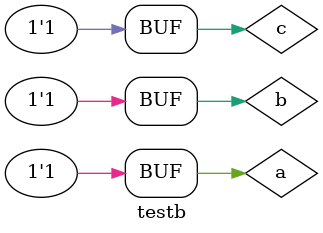
<source format=v>
`include "fs.v"

module testb;


         reg a,b,c;
         wire diff,borrow;

         initial begin
                 a=0;b=0;c=0;#1;
                 a=0;b=0;c=1;#1;
                 a=0;b=1;c=0;#1;
                 a=0;b=1;c=1;#1;
                 a=1;b=0;c=0;#1;
                 a=1;b=0;c=1;#1;
                 a=1;b=1;c=0;#1;
                 a=1;b=1;c=1;#1;

         end

         initial $monitor("a=%b,b=%b,c=%b,diff=%b,borrow=%b",a,b,c,diff,borrow);

         fullsubtractor a1(a,b,c,diff,borrow);

endmodule



</source>
